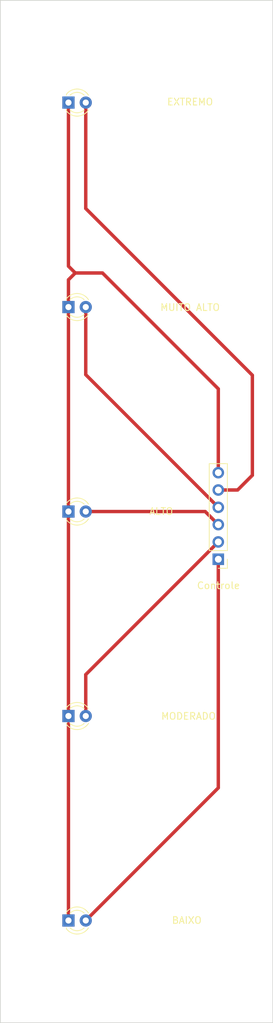
<source format=kicad_pcb>
(kicad_pcb (version 20171130) (host pcbnew 5.1.5-52549c5~86~ubuntu18.04.1)

  (general
    (thickness 1.6)
    (drawings 4)
    (tracks 24)
    (zones 0)
    (modules 6)
    (nets 7)
  )

  (page A4)
  (layers
    (0 F.Cu signal)
    (31 B.Cu signal)
    (32 B.Adhes user)
    (33 F.Adhes user)
    (34 B.Paste user)
    (35 F.Paste user)
    (36 B.SilkS user)
    (37 F.SilkS user)
    (38 B.Mask user)
    (39 F.Mask user)
    (40 Dwgs.User user)
    (41 Cmts.User user)
    (42 Eco1.User user)
    (43 Eco2.User user)
    (44 Edge.Cuts user)
    (45 Margin user)
    (46 B.CrtYd user)
    (47 F.CrtYd user)
    (48 B.Fab user)
    (49 F.Fab user)
  )

  (setup
    (last_trace_width 0.25)
    (trace_clearance 0.2)
    (zone_clearance 0.508)
    (zone_45_only no)
    (trace_min 0.2)
    (via_size 0.8)
    (via_drill 0.4)
    (via_min_size 0.4)
    (via_min_drill 0.3)
    (uvia_size 0.3)
    (uvia_drill 0.1)
    (uvias_allowed no)
    (uvia_min_size 0.2)
    (uvia_min_drill 0.1)
    (edge_width 0.05)
    (segment_width 0.2)
    (pcb_text_width 0.3)
    (pcb_text_size 1.5 1.5)
    (mod_edge_width 0.12)
    (mod_text_size 1 1)
    (mod_text_width 0.15)
    (pad_size 1.524 1.524)
    (pad_drill 0.762)
    (pad_to_mask_clearance 0.051)
    (solder_mask_min_width 0.25)
    (aux_axis_origin 104.34 171.18)
    (grid_origin 53.34 170.18)
    (visible_elements 7FFFFFFF)
    (pcbplotparams
      (layerselection 0x010fc_ffffffff)
      (usegerberextensions false)
      (usegerberattributes false)
      (usegerberadvancedattributes false)
      (creategerberjobfile false)
      (excludeedgelayer true)
      (linewidth 0.100000)
      (plotframeref false)
      (viasonmask false)
      (mode 1)
      (useauxorigin false)
      (hpglpennumber 1)
      (hpglpenspeed 20)
      (hpglpendiameter 15.000000)
      (psnegative false)
      (psa4output false)
      (plotreference true)
      (plotvalue true)
      (plotinvisibletext false)
      (padsonsilk false)
      (subtractmaskfromsilk false)
      (outputformat 1)
      (mirror false)
      (drillshape 1)
      (scaleselection 1)
      (outputdirectory ""))
  )

  (net 0 "")
  (net 1 "Net-(D1-Pad2)")
  (net 2 "Net-(D1-Pad1)")
  (net 3 "Net-(D2-Pad2)")
  (net 4 "Net-(D3-Pad2)")
  (net 5 "Net-(D4-Pad2)")
  (net 6 "Net-(D5-Pad2)")

  (net_class Default "Esta é a classe de rede padrão."
    (clearance 0.2)
    (trace_width 0.25)
    (via_dia 0.8)
    (via_drill 0.4)
    (uvia_dia 0.3)
    (uvia_drill 0.1)
    (add_net "Net-(D1-Pad1)")
    (add_net "Net-(D1-Pad2)")
    (add_net "Net-(D2-Pad2)")
    (add_net "Net-(D3-Pad2)")
    (add_net "Net-(D4-Pad2)")
    (add_net "Net-(D5-Pad2)")
  )

  (module Connector_PinHeader_2.54mm:PinHeader_1x06_P2.54mm_Vertical (layer F.Cu) (tedit 59FED5CC) (tstamp 5E6EC603)
    (at 136.34 103.18 180)
    (descr "Through hole straight pin header, 1x06, 2.54mm pitch, single row")
    (tags "Through hole pin header THT 1x06 2.54mm single row")
    (path /5E65D76C)
    (fp_text reference Controle (at -0.0254 -3.8608 180) (layer F.SilkS)
      (effects (font (size 1 1) (thickness 0.15)))
    )
    (fp_text value Conn_01x06_Male (at 0 15.03) (layer F.Fab)
      (effects (font (size 1 1) (thickness 0.15)))
    )
    (fp_text user %R (at 0 6.35 90) (layer F.Fab)
      (effects (font (size 1 1) (thickness 0.15)))
    )
    (fp_line (start 1.8 -1.8) (end -1.8 -1.8) (layer F.CrtYd) (width 0.05))
    (fp_line (start 1.8 14.5) (end 1.8 -1.8) (layer F.CrtYd) (width 0.05))
    (fp_line (start -1.8 14.5) (end 1.8 14.5) (layer F.CrtYd) (width 0.05))
    (fp_line (start -1.8 -1.8) (end -1.8 14.5) (layer F.CrtYd) (width 0.05))
    (fp_line (start -1.33 -1.33) (end 0 -1.33) (layer F.SilkS) (width 0.12))
    (fp_line (start -1.33 0) (end -1.33 -1.33) (layer F.SilkS) (width 0.12))
    (fp_line (start -1.33 1.27) (end 1.33 1.27) (layer F.SilkS) (width 0.12))
    (fp_line (start 1.33 1.27) (end 1.33 14.03) (layer F.SilkS) (width 0.12))
    (fp_line (start -1.33 1.27) (end -1.33 14.03) (layer F.SilkS) (width 0.12))
    (fp_line (start -1.33 14.03) (end 1.33 14.03) (layer F.SilkS) (width 0.12))
    (fp_line (start -1.27 -0.635) (end -0.635 -1.27) (layer F.Fab) (width 0.1))
    (fp_line (start -1.27 13.97) (end -1.27 -0.635) (layer F.Fab) (width 0.1))
    (fp_line (start 1.27 13.97) (end -1.27 13.97) (layer F.Fab) (width 0.1))
    (fp_line (start 1.27 -1.27) (end 1.27 13.97) (layer F.Fab) (width 0.1))
    (fp_line (start -0.635 -1.27) (end 1.27 -1.27) (layer F.Fab) (width 0.1))
    (pad 6 thru_hole oval (at 0 12.7 180) (size 1.7 1.7) (drill 1) (layers *.Cu *.Mask)
      (net 2 "Net-(D1-Pad1)"))
    (pad 5 thru_hole oval (at 0 10.16 180) (size 1.7 1.7) (drill 1) (layers *.Cu *.Mask)
      (net 6 "Net-(D5-Pad2)"))
    (pad 4 thru_hole oval (at 0 7.62 180) (size 1.7 1.7) (drill 1) (layers *.Cu *.Mask)
      (net 5 "Net-(D4-Pad2)"))
    (pad 3 thru_hole oval (at 0 5.08 180) (size 1.7 1.7) (drill 1) (layers *.Cu *.Mask)
      (net 4 "Net-(D3-Pad2)"))
    (pad 2 thru_hole oval (at 0 2.54 180) (size 1.7 1.7) (drill 1) (layers *.Cu *.Mask)
      (net 3 "Net-(D2-Pad2)"))
    (pad 1 thru_hole rect (at 0 0 180) (size 1.7 1.7) (drill 1) (layers *.Cu *.Mask)
      (net 1 "Net-(D1-Pad2)"))
    (model ${KISYS3DMOD}/Connector_PinHeader_2.54mm.3dshapes/PinHeader_1x06_P2.54mm_Vertical.wrl
      (at (xyz 0 0 0))
      (scale (xyz 1 1 1))
      (rotate (xyz 0 0 0))
    )
  )

  (module LED_THT:LED_D3.0mm (layer F.Cu) (tedit 587A3A7B) (tstamp 5E6EC5E9)
    (at 114.34 36.18)
    (descr "LED, diameter 3.0mm, 2 pins")
    (tags "LED diameter 3.0mm 2 pins")
    (path /5E65F803)
    (fp_text reference EXTREMO (at 17.8562 -0.1016) (layer F.SilkS)
      (effects (font (size 1 1) (thickness 0.15)))
    )
    (fp_text value LED (at 1.27 2.96) (layer F.Fab)
      (effects (font (size 1 1) (thickness 0.15)))
    )
    (fp_line (start 3.7 -2.25) (end -1.15 -2.25) (layer F.CrtYd) (width 0.05))
    (fp_line (start 3.7 2.25) (end 3.7 -2.25) (layer F.CrtYd) (width 0.05))
    (fp_line (start -1.15 2.25) (end 3.7 2.25) (layer F.CrtYd) (width 0.05))
    (fp_line (start -1.15 -2.25) (end -1.15 2.25) (layer F.CrtYd) (width 0.05))
    (fp_line (start -0.29 1.08) (end -0.29 1.236) (layer F.SilkS) (width 0.12))
    (fp_line (start -0.29 -1.236) (end -0.29 -1.08) (layer F.SilkS) (width 0.12))
    (fp_line (start -0.23 -1.16619) (end -0.23 1.16619) (layer F.Fab) (width 0.1))
    (fp_circle (center 1.27 0) (end 2.77 0) (layer F.Fab) (width 0.1))
    (fp_arc (start 1.27 0) (end 0.229039 1.08) (angle -87.9) (layer F.SilkS) (width 0.12))
    (fp_arc (start 1.27 0) (end 0.229039 -1.08) (angle 87.9) (layer F.SilkS) (width 0.12))
    (fp_arc (start 1.27 0) (end -0.29 1.235516) (angle -108.8) (layer F.SilkS) (width 0.12))
    (fp_arc (start 1.27 0) (end -0.29 -1.235516) (angle 108.8) (layer F.SilkS) (width 0.12))
    (fp_arc (start 1.27 0) (end -0.23 -1.16619) (angle 284.3) (layer F.Fab) (width 0.1))
    (pad 2 thru_hole circle (at 2.54 0) (size 1.8 1.8) (drill 0.9) (layers *.Cu *.Mask)
      (net 6 "Net-(D5-Pad2)"))
    (pad 1 thru_hole rect (at 0 0) (size 1.8 1.8) (drill 0.9) (layers *.Cu *.Mask)
      (net 2 "Net-(D1-Pad1)"))
    (model ${KISYS3DMOD}/LED_THT.3dshapes/LED_D3.0mm.wrl
      (at (xyz 0 0 0))
      (scale (xyz 1 1 1))
      (rotate (xyz 0 0 0))
    )
  )

  (module LED_THT:LED_D3.0mm (layer F.Cu) (tedit 587A3A7B) (tstamp 5E6EC5D6)
    (at 114.34 66.18)
    (descr "LED, diameter 3.0mm, 2 pins")
    (tags "LED diameter 3.0mm 2 pins")
    (path /5E65FC1F)
    (fp_text reference "MUITO ALTO" (at 17.8562 0.0508) (layer F.SilkS)
      (effects (font (size 1 1) (thickness 0.15)))
    )
    (fp_text value LED (at 1.27 2.96) (layer F.Fab)
      (effects (font (size 1 1) (thickness 0.15)))
    )
    (fp_line (start 3.7 -2.25) (end -1.15 -2.25) (layer F.CrtYd) (width 0.05))
    (fp_line (start 3.7 2.25) (end 3.7 -2.25) (layer F.CrtYd) (width 0.05))
    (fp_line (start -1.15 2.25) (end 3.7 2.25) (layer F.CrtYd) (width 0.05))
    (fp_line (start -1.15 -2.25) (end -1.15 2.25) (layer F.CrtYd) (width 0.05))
    (fp_line (start -0.29 1.08) (end -0.29 1.236) (layer F.SilkS) (width 0.12))
    (fp_line (start -0.29 -1.236) (end -0.29 -1.08) (layer F.SilkS) (width 0.12))
    (fp_line (start -0.23 -1.16619) (end -0.23 1.16619) (layer F.Fab) (width 0.1))
    (fp_circle (center 1.27 0) (end 2.77 0) (layer F.Fab) (width 0.1))
    (fp_arc (start 1.27 0) (end 0.229039 1.08) (angle -87.9) (layer F.SilkS) (width 0.12))
    (fp_arc (start 1.27 0) (end 0.229039 -1.08) (angle 87.9) (layer F.SilkS) (width 0.12))
    (fp_arc (start 1.27 0) (end -0.29 1.235516) (angle -108.8) (layer F.SilkS) (width 0.12))
    (fp_arc (start 1.27 0) (end -0.29 -1.235516) (angle 108.8) (layer F.SilkS) (width 0.12))
    (fp_arc (start 1.27 0) (end -0.23 -1.16619) (angle 284.3) (layer F.Fab) (width 0.1))
    (pad 2 thru_hole circle (at 2.54 0) (size 1.8 1.8) (drill 0.9) (layers *.Cu *.Mask)
      (net 5 "Net-(D4-Pad2)"))
    (pad 1 thru_hole rect (at 0 0) (size 1.8 1.8) (drill 0.9) (layers *.Cu *.Mask)
      (net 2 "Net-(D1-Pad1)"))
    (model ${KISYS3DMOD}/LED_THT.3dshapes/LED_D3.0mm.wrl
      (at (xyz 0 0 0))
      (scale (xyz 1 1 1))
      (rotate (xyz 0 0 0))
    )
  )

  (module LED_THT:LED_D3.0mm (layer F.Cu) (tedit 587A3A7B) (tstamp 5E6EC5C3)
    (at 114.34 96.18)
    (descr "LED, diameter 3.0mm, 2 pins")
    (tags "LED diameter 3.0mm 2 pins")
    (path /5E65F442)
    (fp_text reference ALTO (at 13.6144 -0.0254) (layer F.SilkS)
      (effects (font (size 1 1) (thickness 0.15)))
    )
    (fp_text value LED (at 1.27 2.96) (layer F.Fab)
      (effects (font (size 1 1) (thickness 0.15)))
    )
    (fp_line (start 3.7 -2.25) (end -1.15 -2.25) (layer F.CrtYd) (width 0.05))
    (fp_line (start 3.7 2.25) (end 3.7 -2.25) (layer F.CrtYd) (width 0.05))
    (fp_line (start -1.15 2.25) (end 3.7 2.25) (layer F.CrtYd) (width 0.05))
    (fp_line (start -1.15 -2.25) (end -1.15 2.25) (layer F.CrtYd) (width 0.05))
    (fp_line (start -0.29 1.08) (end -0.29 1.236) (layer F.SilkS) (width 0.12))
    (fp_line (start -0.29 -1.236) (end -0.29 -1.08) (layer F.SilkS) (width 0.12))
    (fp_line (start -0.23 -1.16619) (end -0.23 1.16619) (layer F.Fab) (width 0.1))
    (fp_circle (center 1.27 0) (end 2.77 0) (layer F.Fab) (width 0.1))
    (fp_arc (start 1.27 0) (end 0.229039 1.08) (angle -87.9) (layer F.SilkS) (width 0.12))
    (fp_arc (start 1.27 0) (end 0.229039 -1.08) (angle 87.9) (layer F.SilkS) (width 0.12))
    (fp_arc (start 1.27 0) (end -0.29 1.235516) (angle -108.8) (layer F.SilkS) (width 0.12))
    (fp_arc (start 1.27 0) (end -0.29 -1.235516) (angle 108.8) (layer F.SilkS) (width 0.12))
    (fp_arc (start 1.27 0) (end -0.23 -1.16619) (angle 284.3) (layer F.Fab) (width 0.1))
    (pad 2 thru_hole circle (at 2.54 0) (size 1.8 1.8) (drill 0.9) (layers *.Cu *.Mask)
      (net 4 "Net-(D3-Pad2)"))
    (pad 1 thru_hole rect (at 0 0) (size 1.8 1.8) (drill 0.9) (layers *.Cu *.Mask)
      (net 2 "Net-(D1-Pad1)"))
    (model ${KISYS3DMOD}/LED_THT.3dshapes/LED_D3.0mm.wrl
      (at (xyz 0 0 0))
      (scale (xyz 1 1 1))
      (rotate (xyz 0 0 0))
    )
  )

  (module LED_THT:LED_D3.0mm (layer F.Cu) (tedit 587A3A7B) (tstamp 5E6EC5B0)
    (at 114.34 126.18)
    (descr "LED, diameter 3.0mm, 2 pins")
    (tags "LED diameter 3.0mm 2 pins")
    (path /5E65F0F1)
    (fp_text reference MODERADO (at 17.6276 0.0254) (layer F.SilkS)
      (effects (font (size 1 1) (thickness 0.15)))
    )
    (fp_text value LED (at 1.27 2.96) (layer F.Fab)
      (effects (font (size 1 1) (thickness 0.15)))
    )
    (fp_line (start 3.7 -2.25) (end -1.15 -2.25) (layer F.CrtYd) (width 0.05))
    (fp_line (start 3.7 2.25) (end 3.7 -2.25) (layer F.CrtYd) (width 0.05))
    (fp_line (start -1.15 2.25) (end 3.7 2.25) (layer F.CrtYd) (width 0.05))
    (fp_line (start -1.15 -2.25) (end -1.15 2.25) (layer F.CrtYd) (width 0.05))
    (fp_line (start -0.29 1.08) (end -0.29 1.236) (layer F.SilkS) (width 0.12))
    (fp_line (start -0.29 -1.236) (end -0.29 -1.08) (layer F.SilkS) (width 0.12))
    (fp_line (start -0.23 -1.16619) (end -0.23 1.16619) (layer F.Fab) (width 0.1))
    (fp_circle (center 1.27 0) (end 2.77 0) (layer F.Fab) (width 0.1))
    (fp_arc (start 1.27 0) (end 0.229039 1.08) (angle -87.9) (layer F.SilkS) (width 0.12))
    (fp_arc (start 1.27 0) (end 0.229039 -1.08) (angle 87.9) (layer F.SilkS) (width 0.12))
    (fp_arc (start 1.27 0) (end -0.29 1.235516) (angle -108.8) (layer F.SilkS) (width 0.12))
    (fp_arc (start 1.27 0) (end -0.29 -1.235516) (angle 108.8) (layer F.SilkS) (width 0.12))
    (fp_arc (start 1.27 0) (end -0.23 -1.16619) (angle 284.3) (layer F.Fab) (width 0.1))
    (pad 2 thru_hole circle (at 2.54 0) (size 1.8 1.8) (drill 0.9) (layers *.Cu *.Mask)
      (net 3 "Net-(D2-Pad2)"))
    (pad 1 thru_hole rect (at 0 0) (size 1.8 1.8) (drill 0.9) (layers *.Cu *.Mask)
      (net 2 "Net-(D1-Pad1)"))
    (model ${KISYS3DMOD}/LED_THT.3dshapes/LED_D3.0mm.wrl
      (at (xyz 0 0 0))
      (scale (xyz 1 1 1))
      (rotate (xyz 0 0 0))
    )
  )

  (module LED_THT:LED_D3.0mm (layer F.Cu) (tedit 587A3A7B) (tstamp 5E6EC59D)
    (at 114.34 156.18)
    (descr "LED, diameter 3.0mm, 2 pins")
    (tags "LED diameter 3.0mm 2 pins")
    (path /5E65E729)
    (fp_text reference BAIXO (at 17.3736 -0.0254) (layer F.SilkS)
      (effects (font (size 1 1) (thickness 0.15)))
    )
    (fp_text value LED (at 1.27 2.96) (layer F.Fab)
      (effects (font (size 1 1) (thickness 0.15)))
    )
    (fp_line (start 3.7 -2.25) (end -1.15 -2.25) (layer F.CrtYd) (width 0.05))
    (fp_line (start 3.7 2.25) (end 3.7 -2.25) (layer F.CrtYd) (width 0.05))
    (fp_line (start -1.15 2.25) (end 3.7 2.25) (layer F.CrtYd) (width 0.05))
    (fp_line (start -1.15 -2.25) (end -1.15 2.25) (layer F.CrtYd) (width 0.05))
    (fp_line (start -0.29 1.08) (end -0.29 1.236) (layer F.SilkS) (width 0.12))
    (fp_line (start -0.29 -1.236) (end -0.29 -1.08) (layer F.SilkS) (width 0.12))
    (fp_line (start -0.23 -1.16619) (end -0.23 1.16619) (layer F.Fab) (width 0.1))
    (fp_circle (center 1.27 0) (end 2.77 0) (layer F.Fab) (width 0.1))
    (fp_arc (start 1.27 0) (end 0.229039 1.08) (angle -87.9) (layer F.SilkS) (width 0.12))
    (fp_arc (start 1.27 0) (end 0.229039 -1.08) (angle 87.9) (layer F.SilkS) (width 0.12))
    (fp_arc (start 1.27 0) (end -0.29 1.235516) (angle -108.8) (layer F.SilkS) (width 0.12))
    (fp_arc (start 1.27 0) (end -0.29 -1.235516) (angle 108.8) (layer F.SilkS) (width 0.12))
    (fp_arc (start 1.27 0) (end -0.23 -1.16619) (angle 284.3) (layer F.Fab) (width 0.1))
    (pad 2 thru_hole circle (at 2.54 0) (size 1.8 1.8) (drill 0.9) (layers *.Cu *.Mask)
      (net 1 "Net-(D1-Pad2)"))
    (pad 1 thru_hole rect (at 0 0) (size 1.8 1.8) (drill 0.9) (layers *.Cu *.Mask)
      (net 2 "Net-(D1-Pad1)"))
    (model ${KISYS3DMOD}/LED_THT.3dshapes/LED_D3.0mm.wrl
      (at (xyz 0 0 0))
      (scale (xyz 1 1 1))
      (rotate (xyz 0 0 0))
    )
  )

  (gr_line (start 144.34 21.18) (end 144.34 171.18) (layer Edge.Cuts) (width 0.1))
  (gr_line (start 104.34 21.18) (end 144.34 21.18) (layer Edge.Cuts) (width 0.1))
  (gr_line (start 104.34 171.18) (end 104.34 21.18) (layer Edge.Cuts) (width 0.1))
  (gr_line (start 144.34 171.18) (end 104.34 171.18) (layer Edge.Cuts) (width 0.1))

  (segment (start 136.34 136.72) (end 136.34 103.18) (width 0.5) (layer F.Cu) (net 1))
  (segment (start 116.88 156.18) (end 136.34 136.72) (width 0.5) (layer F.Cu) (net 1))
  (segment (start 136.34 90.48) (end 136.34 78.18) (width 0.5) (layer F.Cu) (net 2))
  (segment (start 136.34 78.18) (end 119.34 61.18) (width 0.5) (layer F.Cu) (net 2))
  (segment (start 119.34 61.18) (end 115.34 61.18) (width 0.5) (layer F.Cu) (net 2))
  (segment (start 114.34 62.18) (end 114.34 66.18) (width 0.5) (layer F.Cu) (net 2))
  (segment (start 115.34 61.18) (end 114.34 62.18) (width 0.5) (layer F.Cu) (net 2))
  (segment (start 114.34 60.18) (end 114.34 36.18) (width 0.5) (layer F.Cu) (net 2))
  (segment (start 115.34 61.18) (end 114.34 60.18) (width 0.5) (layer F.Cu) (net 2))
  (segment (start 114.34 66.18) (end 114.34 96.18) (width 0.5) (layer F.Cu) (net 2))
  (segment (start 114.34 96.18) (end 114.34 126.18) (width 0.5) (layer F.Cu) (net 2))
  (segment (start 114.34 127.33) (end 114.34 156.18) (width 0.5) (layer F.Cu) (net 2))
  (segment (start 114.34 126.18) (end 114.34 127.33) (width 0.25) (layer F.Cu) (net 2))
  (segment (start 116.88 120.1) (end 136.34 100.64) (width 0.5) (layer F.Cu) (net 3))
  (segment (start 116.88 126.18) (end 116.88 120.1) (width 0.5) (layer F.Cu) (net 3))
  (segment (start 134.42 96.18) (end 136.34 98.1) (width 0.5) (layer F.Cu) (net 4))
  (segment (start 116.88 96.18) (end 134.42 96.18) (width 0.5) (layer F.Cu) (net 4))
  (segment (start 116.88 76.1) (end 136.34 95.56) (width 0.5) (layer F.Cu) (net 5))
  (segment (start 116.88 66.18) (end 116.88 76.1) (width 0.5) (layer F.Cu) (net 5))
  (segment (start 136.34 93.02) (end 139.18 93.02) (width 0.5) (layer F.Cu) (net 6))
  (segment (start 139.18 93.02) (end 141.34 90.86) (width 0.5) (layer F.Cu) (net 6))
  (segment (start 141.34 90.86) (end 141.34 76.18) (width 0.5) (layer F.Cu) (net 6))
  (segment (start 116.88 51.72) (end 116.88 36.18) (width 0.5) (layer F.Cu) (net 6))
  (segment (start 141.34 76.18) (end 116.88 51.72) (width 0.5) (layer F.Cu) (net 6))

)

</source>
